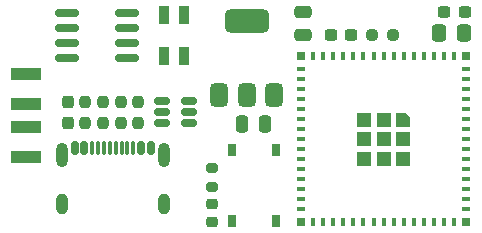
<source format=gbr>
%TF.GenerationSoftware,KiCad,Pcbnew,9.0.7*%
%TF.CreationDate,2026-02-09T14:49:55+01:00*%
%TF.ProjectId,usb-dmx,7573622d-646d-4782-9e6b-696361645f70,1.3*%
%TF.SameCoordinates,Original*%
%TF.FileFunction,Paste,Top*%
%TF.FilePolarity,Positive*%
%FSLAX46Y46*%
G04 Gerber Fmt 4.6, Leading zero omitted, Abs format (unit mm)*
G04 Created by KiCad (PCBNEW 9.0.7) date 2026-02-09 14:49:55*
%MOMM*%
%LPD*%
G01*
G04 APERTURE LIST*
G04 Aperture macros list*
%AMRoundRect*
0 Rectangle with rounded corners*
0 $1 Rounding radius*
0 $2 $3 $4 $5 $6 $7 $8 $9 X,Y pos of 4 corners*
0 Add a 4 corners polygon primitive as box body*
4,1,4,$2,$3,$4,$5,$6,$7,$8,$9,$2,$3,0*
0 Add four circle primitives for the rounded corners*
1,1,$1+$1,$2,$3*
1,1,$1+$1,$4,$5*
1,1,$1+$1,$6,$7*
1,1,$1+$1,$8,$9*
0 Add four rect primitives between the rounded corners*
20,1,$1+$1,$2,$3,$4,$5,0*
20,1,$1+$1,$4,$5,$6,$7,0*
20,1,$1+$1,$6,$7,$8,$9,0*
20,1,$1+$1,$8,$9,$2,$3,0*%
%AMOutline5P*
0 Free polygon, 5 corners , with rotation*
0 The origin of the aperture is its center*
0 number of corners: always 5*
0 $1 to $10 corner X, Y*
0 $11 Rotation angle, in degrees counterclockwise*
0 create outline with 5 corners*
4,1,5,$1,$2,$3,$4,$5,$6,$7,$8,$9,$10,$1,$2,$11*%
%AMOutline6P*
0 Free polygon, 6 corners , with rotation*
0 The origin of the aperture is its center*
0 number of corners: always 6*
0 $1 to $12 corner X, Y*
0 $13 Rotation angle, in degrees counterclockwise*
0 create outline with 6 corners*
4,1,6,$1,$2,$3,$4,$5,$6,$7,$8,$9,$10,$11,$12,$1,$2,$13*%
%AMOutline7P*
0 Free polygon, 7 corners , with rotation*
0 The origin of the aperture is its center*
0 number of corners: always 7*
0 $1 to $14 corner X, Y*
0 $15 Rotation angle, in degrees counterclockwise*
0 create outline with 7 corners*
4,1,7,$1,$2,$3,$4,$5,$6,$7,$8,$9,$10,$11,$12,$13,$14,$1,$2,$15*%
%AMOutline8P*
0 Free polygon, 8 corners , with rotation*
0 The origin of the aperture is its center*
0 number of corners: always 8*
0 $1 to $16 corner X, Y*
0 $17 Rotation angle, in degrees counterclockwise*
0 create outline with 8 corners*
4,1,8,$1,$2,$3,$4,$5,$6,$7,$8,$9,$10,$11,$12,$13,$14,$15,$16,$1,$2,$17*%
G04 Aperture macros list end*
%ADD10R,2.500000X1.100000*%
%ADD11RoundRect,0.237500X0.250000X0.237500X-0.250000X0.237500X-0.250000X-0.237500X0.250000X-0.237500X0*%
%ADD12R,0.400000X0.800000*%
%ADD13R,0.800000X0.400000*%
%ADD14Outline5P,-0.600000X0.204000X-0.204000X0.600000X0.600000X0.600000X0.600000X-0.600000X-0.600000X-0.600000X270.000000*%
%ADD15R,1.200000X1.200000*%
%ADD16R,0.800000X0.800000*%
%ADD17RoundRect,0.237500X0.237500X-0.250000X0.237500X0.250000X-0.237500X0.250000X-0.237500X-0.250000X0*%
%ADD18RoundRect,0.237500X0.300000X0.237500X-0.300000X0.237500X-0.300000X-0.237500X0.300000X-0.237500X0*%
%ADD19RoundRect,0.150000X-0.512500X-0.150000X0.512500X-0.150000X0.512500X0.150000X-0.512500X0.150000X0*%
%ADD20RoundRect,0.237500X-0.300000X-0.237500X0.300000X-0.237500X0.300000X0.237500X-0.300000X0.237500X0*%
%ADD21RoundRect,0.200000X-0.275000X0.200000X-0.275000X-0.200000X0.275000X-0.200000X0.275000X0.200000X0*%
%ADD22RoundRect,0.250000X0.250000X0.475000X-0.250000X0.475000X-0.250000X-0.475000X0.250000X-0.475000X0*%
%ADD23RoundRect,0.250000X-0.337500X-0.475000X0.337500X-0.475000X0.337500X0.475000X-0.337500X0.475000X0*%
%ADD24RoundRect,0.375000X0.375000X-0.625000X0.375000X0.625000X-0.375000X0.625000X-0.375000X-0.625000X0*%
%ADD25RoundRect,0.500000X1.400000X-0.500000X1.400000X0.500000X-1.400000X0.500000X-1.400000X-0.500000X0*%
%ADD26RoundRect,0.250000X-0.475000X0.250000X-0.475000X-0.250000X0.475000X-0.250000X0.475000X0.250000X0*%
%ADD27R,0.850000X1.600000*%
%ADD28RoundRect,0.237500X0.237500X-0.300000X0.237500X0.300000X-0.237500X0.300000X-0.237500X-0.300000X0*%
%ADD29RoundRect,0.150000X-0.150000X-0.425000X0.150000X-0.425000X0.150000X0.425000X-0.150000X0.425000X0*%
%ADD30RoundRect,0.075000X-0.075000X-0.500000X0.075000X-0.500000X0.075000X0.500000X-0.075000X0.500000X0*%
%ADD31O,1.000000X2.100000*%
%ADD32O,1.000000X1.800000*%
%ADD33R,0.750000X1.000000*%
%ADD34RoundRect,0.225000X-0.250000X0.225000X-0.250000X-0.225000X0.250000X-0.225000X0.250000X0.225000X0*%
%ADD35RoundRect,0.162500X0.825000X0.162500X-0.825000X0.162500X-0.825000X-0.162500X0.825000X-0.162500X0*%
G04 APERTURE END LIST*
D10*
%TO.C,J2*%
X96750000Y-64000000D03*
X96750000Y-66500000D03*
X96750000Y-68500000D03*
X96750000Y-71000000D03*
%TD*%
D11*
%TO.C,R3*%
X127812500Y-60650000D03*
X125987500Y-60650000D03*
%TD*%
D12*
%TO.C,U3*%
X132950000Y-62500000D03*
X132100000Y-62500000D03*
X131250000Y-62500000D03*
X130400000Y-62500000D03*
X129550000Y-62500000D03*
X128700000Y-62500000D03*
X127850000Y-62500000D03*
X127000000Y-62500000D03*
X126150000Y-62500000D03*
X125300000Y-62500000D03*
X124450000Y-62500000D03*
X123600000Y-62500000D03*
X122750000Y-62500000D03*
X121900000Y-62500000D03*
X121050000Y-62500000D03*
D13*
X120000000Y-63550000D03*
X120000000Y-64400000D03*
X120000000Y-65250000D03*
X120000000Y-66100000D03*
X120000000Y-66950000D03*
X120000000Y-67800000D03*
X120000000Y-68650000D03*
X120000000Y-69500000D03*
X120000000Y-70350000D03*
X120000000Y-71200000D03*
X120000000Y-72050000D03*
X120000000Y-72900000D03*
X120000000Y-73750000D03*
X120000000Y-74600000D03*
X120000000Y-75450000D03*
D12*
X121050000Y-76500000D03*
X121900000Y-76500000D03*
X122750000Y-76500000D03*
X123600000Y-76500000D03*
X124450000Y-76500000D03*
X125300000Y-76500000D03*
X126150000Y-76500000D03*
X127000000Y-76500000D03*
X127850000Y-76500000D03*
X128700000Y-76500000D03*
X129550000Y-76500000D03*
X130400000Y-76500000D03*
X131250000Y-76500000D03*
X132100000Y-76500000D03*
X132950000Y-76500000D03*
D13*
X134000000Y-75450000D03*
X134000000Y-74600000D03*
X134000000Y-73750000D03*
X134000000Y-72900000D03*
X134000000Y-72050000D03*
X134000000Y-71200000D03*
X134000000Y-70350000D03*
X134000000Y-69500000D03*
X134000000Y-68650000D03*
X134000000Y-67800000D03*
X134000000Y-66950000D03*
X134000000Y-66100000D03*
X134000000Y-65250000D03*
X134000000Y-64400000D03*
X134000000Y-63550000D03*
D14*
X128650000Y-67850000D03*
D15*
X127000000Y-67850000D03*
X125350000Y-67850000D03*
X128650000Y-69500000D03*
X127000000Y-69500000D03*
X125350000Y-69500000D03*
X128650000Y-71150000D03*
X127000000Y-71150000D03*
X125350000Y-71150000D03*
D16*
X134000000Y-62500000D03*
X120000000Y-62500000D03*
X120000000Y-76500000D03*
X134000000Y-76500000D03*
%TD*%
D17*
%TO.C,R5*%
X104750000Y-68162500D03*
X104750000Y-66337500D03*
%TD*%
D18*
%TO.C,C3*%
X124262500Y-60650000D03*
X122537500Y-60650000D03*
%TD*%
D19*
%TO.C,U4*%
X108250000Y-66250000D03*
X108250000Y-67200000D03*
X108250000Y-68150000D03*
X110525000Y-68150000D03*
X110525000Y-67200000D03*
X110525000Y-66250000D03*
%TD*%
D17*
%TO.C,R1*%
X101750000Y-68162500D03*
X101750000Y-66337500D03*
%TD*%
D20*
%TO.C,C4*%
X132137500Y-58750000D03*
X133862500Y-58750000D03*
%TD*%
D21*
%TO.C,R4*%
X112500000Y-71925000D03*
X112500000Y-73575000D03*
%TD*%
D22*
%TO.C,C2*%
X116950000Y-68250000D03*
X115050000Y-68250000D03*
%TD*%
D17*
%TO.C,R2*%
X106250000Y-68162500D03*
X106250000Y-66337500D03*
%TD*%
D23*
%TO.C,C7*%
X131712500Y-60500000D03*
X133787500Y-60500000D03*
%TD*%
D24*
%TO.C,U1*%
X113100000Y-65800000D03*
X115400000Y-65800000D03*
D25*
X115400000Y-59500000D03*
D24*
X117700000Y-65800000D03*
%TD*%
D26*
%TO.C,C1*%
X120150000Y-58750000D03*
X120150000Y-60650000D03*
%TD*%
D27*
%TO.C,D1*%
X108375000Y-62500000D03*
X110125000Y-62500000D03*
X110125000Y-59000000D03*
X108375000Y-59000000D03*
%TD*%
D17*
%TO.C,R6*%
X103250000Y-68162500D03*
X103250000Y-66337500D03*
%TD*%
D28*
%TO.C,C6*%
X100250000Y-68112500D03*
X100250000Y-66387500D03*
%TD*%
D29*
%TO.C,J1*%
X100870000Y-70245000D03*
X101670000Y-70245000D03*
D30*
X102820000Y-70245000D03*
X103820000Y-70245000D03*
X104320000Y-70245000D03*
X105320000Y-70245000D03*
D29*
X106470000Y-70245000D03*
X107270000Y-70245000D03*
X107270000Y-70245000D03*
X106470000Y-70245000D03*
D30*
X105820000Y-70245000D03*
X104820000Y-70245000D03*
X103320000Y-70245000D03*
X102320000Y-70245000D03*
D29*
X101670000Y-70245000D03*
X100870000Y-70245000D03*
D31*
X99750000Y-70820000D03*
D32*
X99750000Y-75000000D03*
D31*
X108390000Y-70820000D03*
D32*
X108390000Y-75000000D03*
%TD*%
D33*
%TO.C,SW2*%
X114150000Y-76400000D03*
X114150000Y-70400000D03*
X117900000Y-76400000D03*
X117900000Y-70400000D03*
%TD*%
D34*
%TO.C,C5*%
X112500000Y-74975000D03*
X112500000Y-76525000D03*
%TD*%
D35*
%TO.C,U5*%
X105287500Y-62655000D03*
X105287500Y-61385000D03*
X105287500Y-60115000D03*
X105287500Y-58845000D03*
X100212500Y-58845000D03*
X100212500Y-60115000D03*
X100212500Y-61385000D03*
X100212500Y-62655000D03*
%TD*%
M02*

</source>
